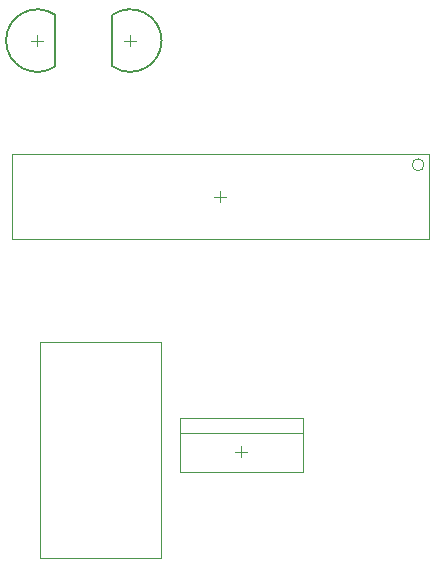
<source format=gm1>
G04*
G04 #@! TF.GenerationSoftware,Altium Limited,Altium Designer,20.2.6 (244)*
G04*
G04 Layer_Color=16711935*
%FSLAX43Y43*%
%MOMM*%
G71*
G04*
G04 #@! TF.SameCoordinates,079793DD-F239-40BC-988E-7C0AFDBFEAAC*
G04*
G04*
G04 #@! TF.FilePolarity,Positive*
G04*
G01*
G75*
%ADD11C,0.200*%
%ADD16C,0.100*%
%ADD17C,0.050*%
D11*
X35183Y44311D02*
G03*
X35183Y48653I1520J2171D01*
G01*
X30349D02*
G03*
X30349Y44311I-1520J-2171D01*
G01*
X35183D02*
Y48653D01*
X30349Y44311D02*
Y48653D01*
D16*
X61573Y35974D02*
G03*
X61573Y35974I-500J0D01*
G01*
X40901Y9934D02*
X51301D01*
X40901D02*
Y14534D01*
X40901D02*
X51301D01*
Y9934D02*
Y14534D01*
X40901Y13234D02*
X51301D01*
X26673Y29674D02*
Y36874D01*
X61973Y29674D02*
Y36874D01*
X26673Y29674D02*
X61973D01*
X26673Y36874D02*
X61973D01*
X36203Y46482D02*
X37203D01*
X36703Y45982D02*
Y46982D01*
X45601Y11684D02*
X46601D01*
X46101Y11184D02*
Y12184D01*
X28829Y45982D02*
Y46982D01*
X28329Y46482D02*
X29329D01*
X43823Y33274D02*
X44823D01*
X44323Y32774D02*
Y33774D01*
D17*
X29033Y2667D02*
Y21001D01*
X39293D01*
Y2667D02*
Y21001D01*
X29033Y2667D02*
X39293D01*
M02*

</source>
